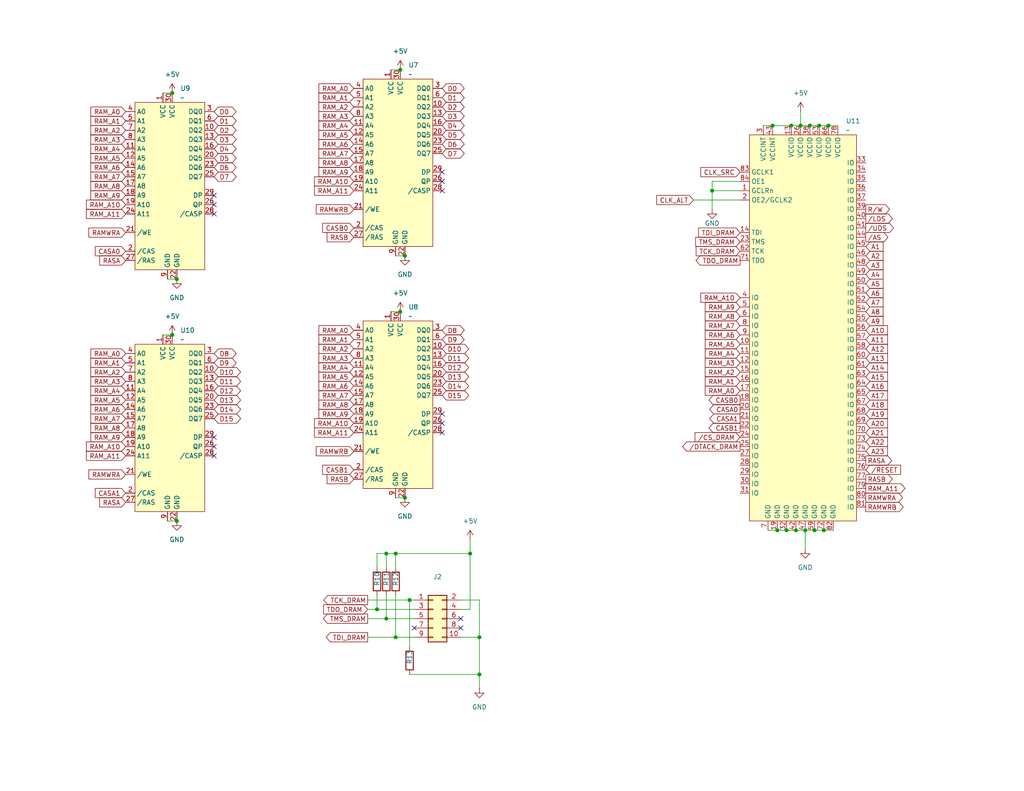
<source format=kicad_sch>
(kicad_sch (version 20231120) (generator "eeschema") (generator_version "8.0")
  (paper "A")
  (title_block (title "Mackerel-10 SBC v1") (date "2024-09-23") (rev "1.0a") (company "Colin Maykish"))
  (lib_symbols
    (symbol "Connector_Generic:Conn_02x05_Odd_Even" (pin_names (offset 1.016) hide)
      (property "Reference" "J" (at 1.27 7.62 0))
      (property "Value" "Conn_02x05_Odd_Even" (at 1.27 -7.62 0))
      (symbol "Conn_02x05_Odd_Even_1_1"
        (rectangle (start -1.27 -4.953) (end 0 -5.207) (stroke (width 0.1524)))
        (rectangle (start -1.27 -2.413) (end 0 -2.667) (stroke (width 0.1524)))
        (rectangle (start -1.27 0.127) (end 0 -0.127) (stroke (width 0.1524)))
        (rectangle (start -1.27 2.667) (end 0 2.413) (stroke (width 0.1524)))
        (rectangle (start -1.27 5.207) (end 0 4.953) (stroke (width 0.1524)))
        (rectangle (start -1.27 6.35) (end 3.81 -6.35) (stroke (width 0.254)) (fill (type background)))
        (rectangle (start 3.81 -4.953) (end 2.54 -5.207) (stroke (width 0.1524)))
        (rectangle (start 3.81 -2.413) (end 2.54 -2.667) (stroke (width 0.1524)))
        (rectangle (start 3.81 0.127) (end 2.54 -0.127) (stroke (width 0.1524)))
        (rectangle (start 3.81 2.667) (end 2.54 2.413) (stroke (width 0.1524)))
        (rectangle (start 3.81 5.207) (end 2.54 4.953) (stroke (width 0.1524)))
        (pin passive line (at -5.08 5.08 0) (length 3.81) (name "Pin_1") (number "1"))
        (pin passive line (at 7.62 -5.08 180) (length 3.81) (name "Pin_10") (number "10"))
        (pin passive line (at 7.62 5.08 180) (length 3.81) (name "Pin_2") (number "2"))
        (pin passive line (at -5.08 2.54 0) (length 3.81) (name "Pin_3") (number "3"))
        (pin passive line (at 7.62 2.54 180) (length 3.81) (name "Pin_4") (number "4"))
        (pin passive line (at -5.08 0 0) (length 3.81) (name "Pin_5") (number "5"))
        (pin passive line (at 7.62 0 180) (length 3.81) (name "Pin_6") (number "6"))
        (pin passive line (at -5.08 -2.54 0) (length 3.81) (name "Pin_7") (number "7"))
        (pin passive line (at 7.62 -2.54 180) (length 3.81) (name "Pin_8") (number "8"))
        (pin passive line (at -5.08 -5.08 0) (length 3.81) (name "Pin_9") (number "9"))
      )
    )
    (symbol "Device:C" (pin_numbers hide) (pin_names (offset 0.254))
      (property "Reference" "C" (at 0.635 2.54 0))
      (property "Value" "C" (at 0.635 -2.54 0))
      (symbol "C_0_1"
        (polyline (pts (xy -2.032 -0.762) (xy 2.032 -0.762)) (stroke (width 0.508)))
        (polyline (pts (xy -2.032 0.762) (xy 2.032 0.762)) (stroke (width 0.508)))
      )
      (symbol "C_1_1"
        (pin passive line (at 0 3.81 270) (length 2.794) (name "~") (number "1"))
        (pin passive line (at 0 -3.81 90) (length 2.794) (name "~") (number "2"))
      )
    )
    (symbol "Device:C_Polarized_US" (pin_numbers hide) (pin_names (offset 0.254) hide)
      (property "Reference" "C" (at 0.635 2.54 0))
      (property "Value" "C_Polarized_US" (at 0.635 -2.54 0))
      (symbol "C_Polarized_US_0_1"
        (polyline (pts (xy -2.032 0.762) (xy 2.032 0.762)) (stroke (width 0.508)))
        (polyline (pts (xy -1.778 2.286) (xy -0.762 2.286)))
        (polyline (pts (xy -1.27 1.778) (xy -1.27 2.794)))
        (arc (start 2.032 -1.27) (mid 0 -0.5572) (end -2.032 -1.27) (stroke (width 0.508)))
      )
      (symbol "C_Polarized_US_1_1"
        (pin passive line (at 0 3.81 270) (length 2.794) (name "~") (number "1"))
        (pin passive line (at 0 -3.81 90) (length 3.302) (name "~") (number "2"))
      )
    )
    (symbol "Device:R" (pin_numbers hide) (pin_names (offset 0))
      (property "Reference" "R" (at 2.032 0 90))
      (property "Value" "R" (at 0 0 90))
      (symbol "R_0_1"
        (rectangle (start -1.016 -2.54) (end 1.016 2.54) (stroke (width 0.254)))
      )
      (symbol "R_1_1"
        (pin passive line (at 0 3.81 270) (length 1.27) (name "~") (number "1"))
        (pin passive line (at 0 -3.81 90) (length 1.27) (name "~") (number "2"))
      )
    )
    (symbol "mackerel-68k-symbols:EPM7128SLC"
      (property "Reference" "U" (at 12.192 55.118 0))
      (symbol "EPM7128SLC_1_1"
        (rectangle (start -15.24 53.34) (end 13.97 -52.07) (fill (type background)))
        (pin input line (at -17.78 38.1 0) (length 2.54) (name "GCLRn") (number "1"))
        (pin bidirectional line (at -17.78 -3.81 0) (length 2.54) (name "IO") (number "10"))
        (pin bidirectional line (at -17.78 -6.35 0) (length 2.54) (name "IO") (number "11"))
        (pin bidirectional line (at -17.78 -8.89 0) (length 2.54) (name "IO") (number "12"))
        (pin power_in line (at -3.81 55.88 270) (length 2.54) (name "VCCIO") (number "13"))
        (pin bidirectional line (at -17.78 26.67 0) (length 2.54) (name "TDI") (number "14"))
        (pin bidirectional line (at -17.78 -11.43 0) (length 2.54) (name "IO") (number "15"))
        (pin bidirectional line (at -17.78 -13.97 0) (length 2.54) (name "IO") (number "16"))
        (pin bidirectional line (at -17.78 -16.51 0) (length 2.54) (name "IO") (number "17"))
        (pin bidirectional line (at -17.78 -19.05 0) (length 2.54) (name "IO") (number "18"))
        (pin power_in line (at -7.62 -54.61 90) (length 2.54) (name "GND") (number "19"))
        (pin input line (at -17.78 35.56 0) (length 2.54) (name "OE2/GCLK2") (number "2"))
        (pin bidirectional line (at -17.78 -21.59 0) (length 2.54) (name "IO") (number "20"))
        (pin bidirectional line (at -17.78 -24.13 0) (length 2.54) (name "IO") (number "21"))
        (pin bidirectional line (at -17.78 -26.67 0) (length 2.54) (name "IO") (number "22"))
        (pin bidirectional line (at -17.78 24.13 0) (length 2.54) (name "TMS") (number "23"))
        (pin bidirectional line (at -17.78 -29.21 0) (length 2.54) (name "IO") (number "24"))
        (pin bidirectional line (at -17.78 -31.75 0) (length 2.54) (name "IO") (number "25"))
        (pin power_in line (at -1.27 55.88 270) (length 2.54) (name "VCCIO") (number "26"))
        (pin bidirectional line (at -17.78 -34.29 0) (length 2.54) (name "IO") (number "27"))
        (pin bidirectional line (at -17.78 -36.83 0) (length 2.54) (name "IO") (number "28"))
        (pin bidirectional line (at -17.78 -39.37 0) (length 2.54) (name "IO") (number "29"))
        (pin power_in line (at -11.43 55.88 270) (length 2.54) (name "VCCINT") (number "3"))
        (pin bidirectional line (at -17.78 -41.91 0) (length 2.54) (name "IO") (number "30"))
        (pin bidirectional line (at -17.78 -44.45 0) (length 2.54) (name "IO") (number "31"))
        (pin power_in line (at -5.08 -54.61 90) (length 2.54) (name "GND") (number "32"))
        (pin bidirectional line (at 16.51 45.72 180) (length 2.54) (name "IO") (number "33"))
        (pin bidirectional line (at 16.51 43.18 180) (length 2.54) (name "IO") (number "34"))
        (pin bidirectional line (at 16.51 40.64 180) (length 2.54) (name "IO") (number "35"))
        (pin bidirectional line (at 16.51 38.1 180) (length 2.54) (name "IO") (number "36"))
        (pin bidirectional line (at 16.51 35.56 180) (length 2.54) (name "IO") (number "37"))
        (pin power_in line (at 1.27 55.88 270) (length 2.54) (name "VCCIO") (number "38"))
        (pin bidirectional line (at 16.51 33.02 180) (length 2.54) (name "IO") (number "39"))
        (pin bidirectional line (at -17.78 8.89 0) (length 2.54) (name "IO") (number "4"))
        (pin bidirectional line (at 16.51 30.48 180) (length 2.54) (name "IO") (number "40"))
        (pin bidirectional line (at 16.51 27.94 180) (length 2.54) (name "IO") (number "41"))
        (pin power_in line (at -2.54 -54.61 90) (length 2.54) (name "GND") (number "42"))
        (pin power_in line (at -8.89 55.88 270) (length 2.54) (name "VCCINT") (number "43"))
        (pin bidirectional line (at 16.51 25.4 180) (length 2.54) (name "IO") (number "44"))
        (pin bidirectional line (at 16.51 22.86 180) (length 2.54) (name "IO") (number "45"))
        (pin bidirectional line (at 16.51 20.32 180) (length 2.54) (name "IO") (number "46"))
        (pin power_in line (at 0 -54.61 90) (length 2.54) (name "GND") (number "47"))
        (pin bidirectional line (at 16.51 17.78 180) (length 2.54) (name "IO") (number "48"))
        (pin bidirectional line (at 16.51 15.24 180) (length 2.54) (name "IO") (number "49"))
        (pin bidirectional line (at -17.78 6.35 0) (length 2.54) (name "IO") (number "5"))
        (pin bidirectional line (at 16.51 12.7 180) (length 2.54) (name "IO") (number "50"))
        (pin bidirectional line (at 16.51 10.16 180) (length 2.54) (name "IO") (number "51"))
        (pin bidirectional line (at 16.51 7.62 180) (length 2.54) (name "IO") (number "52"))
        (pin power_in line (at 3.81 55.88 270) (length 2.54) (name "VCCIO") (number "53"))
        (pin bidirectional line (at 16.51 5.08 180) (length 2.54) (name "IO") (number "54"))
        (pin bidirectional line (at 16.51 2.54 180) (length 2.54) (name "IO") (number "55"))
        (pin bidirectional line (at 16.51 0 180) (length 2.54) (name "IO") (number "56"))
        (pin bidirectional line (at 16.51 -2.54 180) (length 2.54) (name "IO") (number "57"))
        (pin bidirectional line (at 16.51 -5.08 180) (length 2.54) (name "IO") (number "58"))
        (pin power_in line (at 2.54 -54.61 90) (length 2.54) (name "GND") (number "59"))
        (pin bidirectional line (at -17.78 3.81 0) (length 2.54) (name "IO") (number "6"))
        (pin bidirectional line (at 16.51 -7.62 180) (length 2.54) (name "IO") (number "60"))
        (pin bidirectional line (at 16.51 -10.16 180) (length 2.54) (name "IO") (number "61"))
        (pin bidirectional line (at -17.78 21.59 0) (length 2.54) (name "TCK") (number "62"))
        (pin bidirectional line (at 16.51 -12.7 180) (length 2.54) (name "IO") (number "63"))
        (pin bidirectional line (at 16.51 -15.24 180) (length 2.54) (name "IO") (number "64"))
        (pin bidirectional line (at 16.51 -17.78 180) (length 2.54) (name "IO") (number "65"))
        (pin power_in line (at 6.35 55.88 270) (length 2.54) (name "VCCIO") (number "66"))
        (pin bidirectional line (at 16.51 -20.32 180) (length 2.54) (name "IO") (number "67"))
        (pin bidirectional line (at 16.51 -22.86 180) (length 2.54) (name "IO") (number "68"))
        (pin bidirectional line (at 16.51 -25.4 180) (length 2.54) (name "IO") (number "69"))
        (pin power_in line (at -10.16 -54.61 90) (length 2.54) (name "GND") (number "7"))
        (pin bidirectional line (at 16.51 -27.94 180) (length 2.54) (name "IO") (number "70"))
        (pin bidirectional line (at -17.78 19.05 0) (length 2.54) (name "TDO") (number "71"))
        (pin power_in line (at 5.08 -54.61 90) (length 2.54) (name "GND") (number "72"))
        (pin bidirectional line (at 16.51 -30.48 180) (length 2.54) (name "IO") (number "73"))
        (pin bidirectional line (at 16.51 -33.02 180) (length 2.54) (name "IO") (number "74"))
        (pin bidirectional line (at 16.51 -35.56 180) (length 2.54) (name "IO") (number "75"))
        (pin bidirectional line (at 16.51 -38.1 180) (length 2.54) (name "IO") (number "76"))
        (pin bidirectional line (at 16.51 -40.64 180) (length 2.54) (name "IO") (number "77"))
        (pin power_in line (at 8.89 55.88 270) (length 2.54) (name "VCCIO") (number "78"))
        (pin bidirectional line (at 16.51 -43.18 180) (length 2.54) (name "IO") (number "79"))
        (pin bidirectional line (at -17.78 1.27 0) (length 2.54) (name "IO") (number "8"))
        (pin bidirectional line (at 16.51 -45.72 180) (length 2.54) (name "IO") (number "80"))
        (pin bidirectional line (at 16.51 -48.26 180) (length 2.54) (name "IO") (number "81"))
        (pin power_in line (at 7.62 -54.61 90) (length 2.54) (name "GND") (number "82"))
        (pin input line (at -17.78 43.18 0) (length 2.54) (name "GCLK1") (number "83"))
        (pin input line (at -17.78 40.64 0) (length 2.54) (name "OE1") (number "84"))
        (pin bidirectional line (at -17.78 -1.27 0) (length 2.54) (name "IO") (number "9"))
      )
    )
    (symbol "mackerel-68k-symbols:SIMM30"
      (property "Reference" "U" (at 5.334 24.384 0))
      (symbol "SIMM30_1_1"
        (rectangle (start -10.16 22.86) (end 8.89 -22.86) (fill (type background)))
        (pin power_in line (at -2.54 25.4 270) (length 2.54) (name "VCC") (number "1"))
        (pin bidirectional line (at 11.43 15.24 180) (length 2.54) (name "DQ2") (number "10"))
        (pin input line (at -12.7 10.16 0) (length 2.54) (name "A4") (number "11"))
        (pin input line (at -12.7 7.62 0) (length 2.54) (name "A5") (number "12"))
        (pin bidirectional line (at 11.43 12.7 180) (length 2.54) (name "DQ3") (number "13"))
        (pin input line (at -12.7 5.08 0) (length 2.54) (name "A6") (number "14"))
        (pin input line (at -12.7 2.54 0) (length 2.54) (name "A7") (number "15"))
        (pin bidirectional line (at 11.43 10.16 180) (length 2.54) (name "DQ4") (number "16"))
        (pin input line (at -12.7 0 0) (length 2.54) (name "A8") (number "17"))
        (pin input line (at -12.7 -2.54 0) (length 2.54) (name "A9") (number "18"))
        (pin input line (at -12.7 -5.08 0) (length 2.54) (name "A10") (number "19"))
        (pin input line (at -12.7 -17.78 0) (length 2.54) (name "/CAS") (number "2"))
        (pin bidirectional line (at 11.43 7.62 180) (length 2.54) (name "DQ5") (number "20"))
        (pin input line (at -12.7 -12.7 0) (length 2.54) (name "/WE") (number "21"))
        (pin power_in line (at 1.27 -25.4 90) (length 2.54) (name "GND") (number "22"))
        (pin bidirectional line (at 11.43 5.08 180) (length 2.54) (name "DQ6") (number "23"))
        (pin input line (at -12.7 -7.62 0) (length 2.54) (name "A11") (number "24"))
        (pin bidirectional line (at 11.43 2.54 180) (length 2.54) (name "DQ7") (number "25"))
        (pin output line (at 11.43 -5.08 180) (length 2.54) (name "QP") (number "26"))
        (pin input line (at -12.7 -20.32 0) (length 2.54) (name "/RAS") (number "27"))
        (pin input line (at 11.43 -7.62 180) (length 2.54) (name "/CASP") (number "28"))
        (pin input line (at 11.43 -2.54 180) (length 2.54) (name "DP") (number "29"))
        (pin bidirectional line (at 11.43 20.32 180) (length 2.54) (name "DQ0") (number "3"))
        (pin power_in line (at 0 25.4 270) (length 2.54) (name "VCC") (number "30"))
        (pin input line (at -12.7 20.32 0) (length 2.54) (name "A0") (number "4"))
        (pin input line (at -12.7 17.78 0) (length 2.54) (name "A1") (number "5"))
        (pin bidirectional line (at 11.43 17.78 180) (length 2.54) (name "DQ1") (number "6"))
        (pin input line (at -12.7 15.24 0) (length 2.54) (name "A2") (number "7"))
        (pin input line (at -12.7 12.7 0) (length 2.54) (name "A3") (number "8"))
        (pin power_in line (at -1.27 -25.4 90) (length 2.54) (name "GND") (number "9"))
      )
    )
    (symbol "power:+5V" (power) (pin_numbers hide) (pin_names (offset 0) hide)
      (property "Value" "+5V" (at 0 3.556 0))
      (symbol "+5V_0_1"
        (polyline (pts (xy -0.762 1.27) (xy 0 2.54)))
        (polyline (pts (xy 0 0) (xy 0 2.54)))
        (polyline (pts (xy 0 2.54) (xy 0.762 1.27)))
      )
      (symbol "+5V_1_1"
        (pin power_in line (at 0 0 90) (length 0) (name "~") (number "1"))
      )
    )
    (symbol "power:GND" (power) (pin_numbers hide) (pin_names (offset 0) hide)
      (property "Value" "GND" (at 0 -3.81 0))
      (symbol "GND_0_1"
        (polyline (pts (xy 0 0) (xy 0 -1.27) (xy 1.27 -1.27) (xy 0 -2.54) (xy -1.27 -1.27) (xy 0 -1.27)))
      )
      (symbol "GND_1_1"
        (pin power_in line (at 0 0 270) (length 0) (name "~") (number "1"))
      )
    )
  )
  (junction (at 212.09 144.78))
  (junction (at 220.98 34.29))
  (junction (at -13.97 49.53))
  (junction (at 299.72 87.63))
  (junction (at -21.59 36.83))
  (junction (at -6.35 62.23))
  (junction (at 292.1 125.73))
  (junction (at 217.17 144.78))
  (junction (at 223.52 34.29))
  (junction (at 224.79 144.78))
  (junction (at -21.59 62.23))
  (junction (at 210.82 34.29))
  (junction (at 292.1 62.23))
  (junction (at -13.97 74.93))
  (junction (at 128.27 151.13))
  (junction (at 219.71 144.78))
  (junction (at 48.26 142.24))
  (junction (at -6.35 100.33))
  (junction (at 226.06 34.29))
  (junction (at 102.87 166.37))
  (junction (at -6.35 87.63))
  (junction (at -13.97 62.23))
  (junction (at 218.44 34.29))
  (junction (at 292.1 74.93))
  (junction (at 107.95 173.99))
  (junction (at -6.35 74.93))
  (junction (at 130.81 173.99))
  (junction (at 107.95 151.13))
  (junction (at -29.21 49.53))
  (junction (at 222.25 144.78))
  (junction (at -6.35 113.03))
  (junction (at -6.35 49.53))
  (junction (at 299.72 125.73))
  (junction (at 299.72 62.23))
  (junction (at 299.72 113.03))
  (junction (at 292.1 87.63))
  (junction (at 110.49 69.85))
  (junction (at -6.35 36.83))
  (junction (at -29.21 24.13))
  (junction (at 292.1 113.03))
  (junction (at 194.31 52.07))
  (junction (at 292.1 100.33))
  (junction (at 105.41 151.13))
  (junction (at -13.97 36.83))
  (junction (at 109.22 85.09))
  (junction (at 46.99 91.44))
  (junction (at 109.22 19.05))
  (junction (at 105.41 168.91))
  (junction (at 215.9 34.29))
  (junction (at 299.72 100.33))
  (junction (at 48.26 76.2))
  (junction (at 299.72 74.93))
  (junction (at -29.21 36.83))
  (junction (at -21.59 49.53))
  (junction (at -13.97 87.63))
  (junction (at 46.99 25.4))
  (junction (at 214.63 144.78))
  (junction (at 130.81 184.15))
  (junction (at 111.76 163.83))
  (junction (at -13.97 24.13))
  (junction (at -13.97 100.33))
  (junction (at 110.49 135.89))
  (junction (at 292.1 49.53))
  (junction (at 299.72 138.43))
  (no_connect (at 58.42 58.42))
  (no_connect (at 120.65 113.03))
  (no_connect (at 58.42 55.88))
  (no_connect (at 120.65 52.07))
  (no_connect (at 125.73 171.45))
  (no_connect (at 120.65 118.11))
  (no_connect (at 58.42 124.46))
  (no_connect (at 58.42 121.92))
  (no_connect (at 120.65 46.99))
  (no_connect (at 125.73 168.91))
  (no_connect (at 58.42 119.38))
  (no_connect (at 113.03 171.45))
  (no_connect (at 58.42 53.34))
  (no_connect (at 120.65 49.53))
  (no_connect (at 120.65 115.57))
  (wire (pts (xy 218.44 30.48) (xy 218.44 34.29)))
  (wire (pts (xy 100.33 163.83) (xy 111.76 163.83)))
  (wire (pts (xy 292.1 113.03) (xy 292.1 125.73)))
  (wire (pts (xy 219.71 144.78) (xy 219.71 149.86)))
  (wire (pts (xy -6.35 100.33) (xy -6.35 113.03)))
  (wire (pts (xy 130.81 187.96) (xy 130.81 184.15)))
  (wire (pts (xy 299.72 100.33) (xy 299.72 113.03)))
  (wire (pts (xy 128.27 147.32) (xy 128.27 151.13)))
  (wire (pts (xy -13.97 74.93) (xy -13.97 87.63)))
  (wire (pts (xy 194.31 52.07) (xy 194.31 57.15)))
  (wire (pts (xy -13.97 24.13) (xy -13.97 36.83)))
  (wire (pts (xy 219.71 144.78) (xy 222.25 144.78)))
  (wire (pts (xy 299.72 87.63) (xy 299.72 100.33)))
  (wire (pts (xy 100.33 168.91) (xy 105.41 168.91)))
  (wire (pts (xy 292.1 41.91) (xy 292.1 49.53)))
  (wire (pts (xy 223.52 34.29) (xy 226.06 34.29)))
  (wire (pts (xy -6.35 24.13) (xy -6.35 36.83)))
  (wire (pts (xy 125.73 163.83) (xy 130.81 163.83)))
  (wire (pts (xy 105.41 151.13) (xy 107.95 151.13)))
  (wire (pts (xy 292.1 87.63) (xy 292.1 100.33)))
  (wire (pts (xy 210.82 34.29) (xy 215.9 34.29)))
  (wire (pts (xy 299.72 74.93) (xy 299.72 87.63)))
  (wire (pts (xy 102.87 166.37) (xy 113.03 166.37)))
  (wire (pts (xy -13.97 49.53) (xy -13.97 62.23)))
  (wire (pts (xy 299.72 113.03) (xy 299.72 125.73)))
  (wire (pts (xy 102.87 154.94) (xy 102.87 151.13)))
  (wire (pts (xy 111.76 163.83) (xy 111.76 176.53)))
  (wire (pts (xy 130.81 173.99) (xy 125.73 173.99)))
  (wire (pts (xy 215.9 34.29) (xy 218.44 34.29)))
  (wire (pts (xy -13.97 100.33) (xy -13.97 113.03)))
  (wire (pts (xy -29.21 36.83) (xy -29.21 49.53)))
  (wire (pts (xy 220.98 34.29) (xy 223.52 34.29)))
  (wire (pts (xy 130.81 184.15) (xy 130.81 173.99)))
  (wire (pts (xy 111.76 163.83) (xy 113.03 163.83)))
  (wire (pts (xy -6.35 74.93) (xy -6.35 87.63)))
  (wire (pts (xy -13.97 87.63) (xy -13.97 100.33)))
  (wire (pts (xy 299.72 62.23) (xy 299.72 74.93)))
  (wire (pts (xy 299.72 49.53) (xy 299.72 62.23)))
  (wire (pts (xy 201.93 49.53) (xy 194.31 49.53)))
  (wire (pts (xy 107.95 151.13) (xy 128.27 151.13)))
  (wire (pts (xy 212.09 144.78) (xy 214.63 144.78)))
  (wire (pts (xy 208.28 34.29) (xy 210.82 34.29)))
  (wire (pts (xy 105.41 154.94) (xy 105.41 151.13)))
  (wire (pts (xy 107.95 135.89) (xy 110.49 135.89)))
  (wire (pts (xy 102.87 151.13) (xy 105.41 151.13)))
  (wire (pts (xy -6.35 36.83) (xy -6.35 49.53)))
  (wire (pts (xy 224.79 144.78) (xy 227.33 144.78)))
  (wire (pts (xy 107.95 162.56) (xy 107.95 173.99)))
  (wire (pts (xy 45.72 142.24) (xy 48.26 142.24)))
  (wire (pts (xy 107.95 154.94) (xy 107.95 151.13)))
  (wire (pts (xy -13.97 62.23) (xy -13.97 74.93)))
  (wire (pts (xy 45.72 76.2) (xy 48.26 76.2)))
  (wire (pts (xy -29.21 24.13) (xy -29.21 36.83)))
  (wire (pts (xy 292.1 62.23) (xy 292.1 74.93)))
  (wire (pts (xy -13.97 16.51) (xy -13.97 24.13)))
  (wire (pts (xy 222.25 144.78) (xy 224.79 144.78)))
  (wire (pts (xy -21.59 49.53) (xy -21.59 62.23)))
  (wire (pts (xy 292.1 125.73) (xy 292.1 138.43)))
  (wire (pts (xy 128.27 166.37) (xy 125.73 166.37)))
  (wire (pts (xy 105.41 168.91) (xy 113.03 168.91)))
  (wire (pts (xy 218.44 34.29) (xy 220.98 34.29)))
  (wire (pts (xy -21.59 36.83) (xy -21.59 49.53)))
  (wire (pts (xy 106.68 85.09) (xy 109.22 85.09)))
  (wire (pts (xy 292.1 74.93) (xy 292.1 87.63)))
  (wire (pts (xy 44.45 25.4) (xy 46.99 25.4)))
  (wire (pts (xy -6.35 62.23) (xy -6.35 74.93)))
  (wire (pts (xy 217.17 144.78) (xy 219.71 144.78)))
  (wire (pts (xy 107.95 173.99) (xy 113.03 173.99)))
  (wire (pts (xy 189.23 54.61) (xy 201.93 54.61)))
  (wire (pts (xy 209.55 144.78) (xy 212.09 144.78)))
  (wire (pts (xy -6.35 87.63) (xy -6.35 100.33)))
  (wire (pts (xy 100.33 173.99) (xy 107.95 173.99)))
  (wire (pts (xy 106.68 19.05) (xy 109.22 19.05)))
  (wire (pts (xy 292.1 100.33) (xy 292.1 113.03)))
  (wire (pts (xy 107.95 69.85) (xy 110.49 69.85)))
  (wire (pts (xy 194.31 49.53) (xy 194.31 52.07)))
  (wire (pts (xy 44.45 91.44) (xy 46.99 91.44)))
  (wire (pts (xy -29.21 16.51) (xy -29.21 24.13)))
  (wire (pts (xy 292.1 49.53) (xy 292.1 62.23)))
  (wire (pts (xy 128.27 151.13) (xy 128.27 166.37)))
  (wire (pts (xy 111.76 184.15) (xy 130.81 184.15)))
  (wire (pts (xy 299.72 125.73) (xy 299.72 138.43)))
  (wire (pts (xy -13.97 36.83) (xy -13.97 49.53)))
  (wire (pts (xy -21.59 24.13) (xy -21.59 36.83)))
  (wire (pts (xy -6.35 49.53) (xy -6.35 62.23)))
  (wire (pts (xy 100.33 166.37) (xy 102.87 166.37)))
  (wire (pts (xy 194.31 52.07) (xy 201.93 52.07)))
  (wire (pts (xy 226.06 34.29) (xy 228.6 34.29)))
  (wire (pts (xy 105.41 162.56) (xy 105.41 168.91)))
  (wire (pts (xy 214.63 144.78) (xy 217.17 144.78)))
  (wire (pts (xy 102.87 162.56) (xy 102.87 166.37)))
  (wire (pts (xy -29.21 49.53) (xy -29.21 62.23)))
  (wire (pts (xy 130.81 163.83) (xy 130.81 173.99)))
  (text "TODO: add some test points!" (at 108.204 -28.194 0) (effects (font (size 1.27 1.27))))
  (text "TODO: add two more RAM sticks?" (at 99.568 -11.938 0) (effects (font (size 1.27 1.27))))
  (global_label "{slash}AS" (shape output) (at 236.22 64.77 0) (property "Intersheetrefs" "${INTERSHEET_REFS}" (effects (hide yes))))
  (global_label "D6" (shape bidirectional) (at 120.65 39.37 0) (property "Intersheetrefs" "${INTERSHEET_REFS}" (effects (hide yes))))
  (global_label "A18" (shape input) (at 236.22 110.49 0) (property "Intersheetrefs" "${INTERSHEET_REFS}" (effects (hide yes))))
  (global_label "TDI_DRAM" (shape output) (at 100.33 173.99 180) (property "Intersheetrefs" "${INTERSHEET_REFS}" (effects (hide yes))))
  (global_label "RAM_A9" (shape input) (at 34.29 119.38 180) (property "Intersheetrefs" "${INTERSHEET_REFS}" (effects (hide yes))))
  (global_label "RAM_A9" (shape input) (at 96.52 113.03 180) (property "Intersheetrefs" "${INTERSHEET_REFS}" (effects (hide yes))))
  (global_label "RAM_A7" (shape input) (at 96.52 107.95 180) (property "Intersheetrefs" "${INTERSHEET_REFS}" (effects (hide yes))))
  (global_label "D3" (shape bidirectional) (at 58.42 38.1 0) (property "Intersheetrefs" "${INTERSHEET_REFS}" (effects (hide yes))))
  (global_label "{slash}LDS" (shape output) (at 236.22 59.69 0) (property "Intersheetrefs" "${INTERSHEET_REFS}" (effects (hide yes))))
  (global_label "RAM_A9" (shape input) (at 34.29 53.34 180) (property "Intersheetrefs" "${INTERSHEET_REFS}" (effects (hide yes))))
  (global_label "RAM_A11" (shape output) (at 236.22 133.35 0) (property "Intersheetrefs" "${INTERSHEET_REFS}" (effects (hide yes))))
  (global_label "RAMWRA" (shape input) (at 34.29 63.5 180) (property "Intersheetrefs" "${INTERSHEET_REFS}" (effects (hide yes))))
  (global_label "RAM_A1" (shape input) (at 201.93 104.14 180) (property "Intersheetrefs" "${INTERSHEET_REFS}" (effects (hide yes))))
  (global_label "D9" (shape bidirectional) (at 120.65 92.71 0) (property "Intersheetrefs" "${INTERSHEET_REFS}" (effects (hide yes))))
  (global_label "RAM_A0" (shape input) (at 34.29 96.52 180) (property "Intersheetrefs" "${INTERSHEET_REFS}" (effects (hide yes))))
  (global_label "CLK_ALT" (shape input) (at 189.23 54.61 180) (property "Intersheetrefs" "${INTERSHEET_REFS}" (effects (hide yes))))
  (global_label "RAM_A4" (shape input) (at 96.52 34.29 180) (property "Intersheetrefs" "${INTERSHEET_REFS}" (effects (hide yes))))
  (global_label "RAMWRA" (shape input) (at 34.29 129.54 180) (property "Intersheetrefs" "${INTERSHEET_REFS}" (effects (hide yes))))
  (global_label "CASA1" (shape output) (at 201.93 114.3 180) (property "Intersheetrefs" "${INTERSHEET_REFS}" (effects (hide yes))))
  (global_label "D2" (shape bidirectional) (at 58.42 35.56 0) (property "Intersheetrefs" "${INTERSHEET_REFS}" (effects (hide yes))))
  (global_label "{slash}CS_DRAM" (shape input) (at 201.93 119.38 180) (property "Intersheetrefs" "${INTERSHEET_REFS}" (effects (hide yes))))
  (global_label "D1" (shape bidirectional) (at 58.42 33.02 0) (property "Intersheetrefs" "${INTERSHEET_REFS}" (effects (hide yes))))
  (global_label "R{slash}W" (shape output) (at 236.22 57.15 0) (property "Intersheetrefs" "${INTERSHEET_REFS}" (effects (hide yes))))
  (global_label "D14" (shape bidirectional) (at 120.65 105.41 0) (property "Intersheetrefs" "${INTERSHEET_REFS}" (effects (hide yes))))
  (global_label "D14" (shape bidirectional) (at 58.42 111.76 0) (property "Intersheetrefs" "${INTERSHEET_REFS}" (effects (hide yes))))
  (global_label "RAM_A10" (shape input) (at 34.29 121.92 180) (property "Intersheetrefs" "${INTERSHEET_REFS}" (effects (hide yes))))
  (global_label "RAMWRB" (shape input) (at 96.52 57.15 180) (property "Intersheetrefs" "${INTERSHEET_REFS}" (effects (hide yes))))
  (global_label "D5" (shape bidirectional) (at 58.42 43.18 0) (property "Intersheetrefs" "${INTERSHEET_REFS}" (effects (hide yes))))
  (global_label "RAM_A2" (shape input) (at 201.93 101.6 180) (property "Intersheetrefs" "${INTERSHEET_REFS}" (effects (hide yes))))
  (global_label "D0" (shape bidirectional) (at 58.42 30.48 0) (property "Intersheetrefs" "${INTERSHEET_REFS}" (effects (hide yes))))
  (global_label "TMS_DRAM" (shape output) (at 100.33 168.91 180) (property "Intersheetrefs" "${INTERSHEET_REFS}" (effects (hide yes))))
  (global_label "D10" (shape bidirectional) (at 120.65 95.25 0) (property "Intersheetrefs" "${INTERSHEET_REFS}" (effects (hide yes))))
  (global_label "A7" (shape input) (at 236.22 82.55 0) (property "Intersheetrefs" "${INTERSHEET_REFS}" (effects (hide yes))))
  (global_label "A8" (shape input) (at 236.22 85.09 0) (property "Intersheetrefs" "${INTERSHEET_REFS}" (effects (hide yes))))
  (global_label "CASA1" (shape input) (at 34.29 134.62 180) (property "Intersheetrefs" "${INTERSHEET_REFS}" (effects (hide yes))))
  (global_label "RAM_A3" (shape input) (at 34.29 38.1 180) (property "Intersheetrefs" "${INTERSHEET_REFS}" (effects (hide yes))))
  (global_label "RAM_A11" (shape input) (at 34.29 58.42 180) (property "Intersheetrefs" "${INTERSHEET_REFS}" (effects (hide yes))))
  (global_label "RAM_A4" (shape input) (at 34.29 40.64 180) (property "Intersheetrefs" "${INTERSHEET_REFS}" (effects (hide yes))))
  (global_label "RAM_A6" (shape input) (at 201.93 91.44 180) (property "Intersheetrefs" "${INTERSHEET_REFS}" (effects (hide yes))))
  (global_label "RAM_A7" (shape input) (at 96.52 41.91 180) (property "Intersheetrefs" "${INTERSHEET_REFS}" (effects (hide yes))))
  (global_label "RAM_A7" (shape input) (at 34.29 114.3 180) (property "Intersheetrefs" "${INTERSHEET_REFS}" (effects (hide yes))))
  (global_label "RASA" (shape input) (at 34.29 137.16 180) (property "Intersheetrefs" "${INTERSHEET_REFS}" (effects (hide yes))))
  (global_label "RAM_A5" (shape input) (at 96.52 102.87 180) (property "Intersheetrefs" "${INTERSHEET_REFS}" (effects (hide yes))))
  (global_label "RAM_A7" (shape input) (at 34.29 48.26 180) (property "Intersheetrefs" "${INTERSHEET_REFS}" (effects (hide yes))))
  (global_label "CASB1" (shape input) (at 96.52 128.27 180) (property "Intersheetrefs" "${INTERSHEET_REFS}" (effects (hide yes))))
  (global_label "{slash}UDS" (shape output) (at 236.22 62.23 0) (property "Intersheetrefs" "${INTERSHEET_REFS}" (effects (hide yes))))
  (global_label "RAM_A0" (shape input) (at 96.52 24.13 180) (property "Intersheetrefs" "${INTERSHEET_REFS}" (effects (hide yes))))
  (global_label "RAM_A5" (shape input) (at 201.93 93.98 180) (property "Intersheetrefs" "${INTERSHEET_REFS}" (effects (hide yes))))
  (global_label "D13" (shape bidirectional) (at 120.65 102.87 0) (property "Intersheetrefs" "${INTERSHEET_REFS}" (effects (hide yes))))
  (global_label "RAM_A10" (shape input) (at 34.29 55.88 180) (property "Intersheetrefs" "${INTERSHEET_REFS}" (effects (hide yes))))
  (global_label "RASA" (shape input) (at 34.29 71.12 180) (property "Intersheetrefs" "${INTERSHEET_REFS}" (effects (hide yes))))
  (global_label "D3" (shape bidirectional) (at 120.65 31.75 0) (property "Intersheetrefs" "${INTERSHEET_REFS}" (effects (hide yes))))
  (global_label "D11" (shape bidirectional) (at 120.65 97.79 0) (property "Intersheetrefs" "${INTERSHEET_REFS}" (effects (hide yes))))
  (global_label "RAM_A9" (shape input) (at 96.52 46.99 180) (property "Intersheetrefs" "${INTERSHEET_REFS}" (effects (hide yes))))
  (global_label "A23" (shape input) (at 236.22 123.19 0) (property "Intersheetrefs" "${INTERSHEET_REFS}" (effects (hide yes))))
  (global_label "RAM_A11" (shape input) (at 96.52 118.11 180) (property "Intersheetrefs" "${INTERSHEET_REFS}" (effects (hide yes))))
  (global_label "RAMWRB" (shape output) (at 236.22 138.43 0) (property "Intersheetrefs" "${INTERSHEET_REFS}" (effects (hide yes))))
  (global_label "D4" (shape bidirectional) (at 120.65 34.29 0) (property "Intersheetrefs" "${INTERSHEET_REFS}" (effects (hide yes))))
  (global_label "D7" (shape bidirectional) (at 120.65 41.91 0) (property "Intersheetrefs" "${INTERSHEET_REFS}" (effects (hide yes))))
  (global_label "TMS_DRAM" (shape input) (at 201.93 66.04 180) (property "Intersheetrefs" "${INTERSHEET_REFS}" (effects (hide yes))))
  (global_label "RAM_A2" (shape input) (at 96.52 29.21 180) (property "Intersheetrefs" "${INTERSHEET_REFS}" (effects (hide yes))))
  (global_label "D15" (shape bidirectional) (at 120.65 107.95 0) (property "Intersheetrefs" "${INTERSHEET_REFS}" (effects (hide yes))))
  (global_label "RAM_A11" (shape input) (at 34.29 124.46 180) (property "Intersheetrefs" "${INTERSHEET_REFS}" (effects (hide yes))))
  (global_label "CLK_SRC" (shape input) (at 201.93 46.99 180) (property "Intersheetrefs" "${INTERSHEET_REFS}" (effects (hide yes))))
  (global_label "A11" (shape input) (at 236.22 92.71 0) (property "Intersheetrefs" "${INTERSHEET_REFS}" (effects (hide yes))))
  (global_label "RAM_A2" (shape input) (at 96.52 95.25 180) (property "Intersheetrefs" "${INTERSHEET_REFS}" (effects (hide yes))))
  (global_label "RAM_A1" (shape input) (at 96.52 92.71 180) (property "Intersheetrefs" "${INTERSHEET_REFS}" (effects (hide yes))))
  (global_label "RAM_A4" (shape input) (at 96.52 100.33 180) (property "Intersheetrefs" "${INTERSHEET_REFS}" (effects (hide yes))))
  (global_label "RAM_A10" (shape input) (at 96.52 49.53 180) (property "Intersheetrefs" "${INTERSHEET_REFS}" (effects (hide yes))))
  (global_label "RAM_A1" (shape input) (at 34.29 33.02 180) (property "Intersheetrefs" "${INTERSHEET_REFS}" (effects (hide yes))))
  (global_label "D6" (shape bidirectional) (at 58.42 45.72 0) (property "Intersheetrefs" "${INTERSHEET_REFS}" (effects (hide yes))))
  (global_label "TDO_DRAM" (shape input) (at 100.33 166.37 180) (property "Intersheetrefs" "${INTERSHEET_REFS}" (effects (hide yes))))
  (global_label "D12" (shape bidirectional) (at 58.42 106.68 0) (property "Intersheetrefs" "${INTERSHEET_REFS}" (effects (hide yes))))
  (global_label "RAM_A5" (shape input) (at 34.29 109.22 180) (property "Intersheetrefs" "${INTERSHEET_REFS}" (effects (hide yes))))
  (global_label "D11" (shape bidirectional) (at 58.42 104.14 0) (property "Intersheetrefs" "${INTERSHEET_REFS}" (effects (hide yes))))
  (global_label "A12" (shape input) (at 236.22 95.25 0) (property "Intersheetrefs" "${INTERSHEET_REFS}" (effects (hide yes))))
  (global_label "D5" (shape bidirectional) (at 120.65 36.83 0) (property "Intersheetrefs" "${INTERSHEET_REFS}" (effects (hide yes))))
  (global_label "D12" (shape bidirectional) (at 120.65 100.33 0) (property "Intersheetrefs" "${INTERSHEET_REFS}" (effects (hide yes))))
  (global_label "TCK_DRAM" (shape output) (at 100.33 163.83 180) (property "Intersheetrefs" "${INTERSHEET_REFS}" (effects (hide yes))))
  (global_label "RAM_A2" (shape input) (at 34.29 101.6 180) (property "Intersheetrefs" "${INTERSHEET_REFS}" (effects (hide yes))))
  (global_label "RAM_A8" (shape input) (at 34.29 50.8 180) (property "Intersheetrefs" "${INTERSHEET_REFS}" (effects (hide yes))))
  (global_label "D7" (shape bidirectional) (at 58.42 48.26 0) (property "Intersheetrefs" "${INTERSHEET_REFS}" (effects (hide yes))))
  (global_label "RAM_A2" (shape input) (at 34.29 35.56 180) (property "Intersheetrefs" "${INTERSHEET_REFS}" (effects (hide yes))))
  (global_label "RAM_A3" (shape input) (at 96.52 97.79 180) (property "Intersheetrefs" "${INTERSHEET_REFS}" (effects (hide yes))))
  (global_label "D9" (shape bidirectional) (at 58.42 99.06 0) (property "Intersheetrefs" "${INTERSHEET_REFS}" (effects (hide yes))))
  (global_label "A5" (shape input) (at 236.22 77.47 0) (property "Intersheetrefs" "${INTERSHEET_REFS}" (effects (hide yes))))
  (global_label "RASA" (shape output) (at 236.22 125.73 0) (property "Intersheetrefs" "${INTERSHEET_REFS}" (effects (hide yes))))
  (global_label "RAM_A10" (shape input) (at 201.93 81.28 180) (property "Intersheetrefs" "${INTERSHEET_REFS}" (effects (hide yes))))
  (global_label "RAMWRA" (shape output) (at 236.22 135.89 0) (property "Intersheetrefs" "${INTERSHEET_REFS}" (effects (hide yes))))
  (global_label "A6" (shape input) (at 236.22 80.01 0) (property "Intersheetrefs" "${INTERSHEET_REFS}" (effects (hide yes))))
  (global_label "RAM_A1" (shape input) (at 34.29 99.06 180) (property "Intersheetrefs" "${INTERSHEET_REFS}" (effects (hide yes))))
  (global_label "A19" (shape input) (at 236.22 113.03 0) (property "Intersheetrefs" "${INTERSHEET_REFS}" (effects (hide yes))))
  (global_label "RAM_A5" (shape input) (at 96.52 36.83 180) (property "Intersheetrefs" "${INTERSHEET_REFS}" (effects (hide yes))))
  (global_label "RAMWRB" (shape input) (at 96.52 123.19 180) (property "Intersheetrefs" "${INTERSHEET_REFS}" (effects (hide yes))))
  (global_label "RAM_A8" (shape input) (at 201.93 86.36 180) (property "Intersheetrefs" "${INTERSHEET_REFS}" (effects (hide yes))))
  (global_label "RAM_A11" (shape input) (at 96.52 52.07 180) (property "Intersheetrefs" "${INTERSHEET_REFS}" (effects (hide yes))))
  (global_label "RAM_A10" (shape input) (at 96.52 115.57 180) (property "Intersheetrefs" "${INTERSHEET_REFS}" (effects (hide yes))))
  (global_label "RAM_A0" (shape input) (at 96.52 90.17 180) (property "Intersheetrefs" "${INTERSHEET_REFS}" (effects (hide yes))))
  (global_label "RAM_A1" (shape input) (at 96.52 26.67 180) (property "Intersheetrefs" "${INTERSHEET_REFS}" (effects (hide yes))))
  (global_label "A22" (shape input) (at 236.22 120.65 0) (property "Intersheetrefs" "${INTERSHEET_REFS}" (effects (hide yes))))
  (global_label "RAM_A0" (shape input) (at 34.29 30.48 180) (property "Intersheetrefs" "${INTERSHEET_REFS}" (effects (hide yes))))
  (global_label "A3" (shape input) (at 236.22 72.39 0) (property "Intersheetrefs" "${INTERSHEET_REFS}" (effects (hide yes))))
  (global_label "RAM_A3" (shape input) (at 96.52 31.75 180) (property "Intersheetrefs" "${INTERSHEET_REFS}" (effects (hide yes))))
  (global_label "A2" (shape input) (at 236.22 69.85 0) (property "Intersheetrefs" "${INTERSHEET_REFS}" (effects (hide yes))))
  (global_label "RAM_A4" (shape input) (at 34.29 106.68 180) (property "Intersheetrefs" "${INTERSHEET_REFS}" (effects (hide yes))))
  (global_label "D4" (shape bidirectional) (at 58.42 40.64 0) (property "Intersheetrefs" "${INTERSHEET_REFS}" (effects (hide yes))))
  (global_label "A14" (shape input) (at 236.22 100.33 0) (property "Intersheetrefs" "${INTERSHEET_REFS}" (effects (hide yes))))
  (global_label "TCK_DRAM" (shape input) (at 201.93 68.58 180) (property "Intersheetrefs" "${INTERSHEET_REFS}" (effects (hide yes))))
  (global_label "A20" (shape input) (at 236.22 115.57 0) (property "Intersheetrefs" "${INTERSHEET_REFS}" (effects (hide yes))))
  (global_label "A13" (shape input) (at 236.22 97.79 0) (property "Intersheetrefs" "${INTERSHEET_REFS}" (effects (hide yes))))
  (global_label "D2" (shape bidirectional) (at 120.65 29.21 0) (property "Intersheetrefs" "${INTERSHEET_REFS}" (effects (hide yes))))
  (global_label "A21" (shape input) (at 236.22 118.11 0) (property "Intersheetrefs" "${INTERSHEET_REFS}" (effects (hide yes))))
  (global_label "CASB0" (shape input) (at 96.52 62.23 180) (property "Intersheetrefs" "${INTERSHEET_REFS}" (effects (hide yes))))
  (global_label "RASB" (shape output) (at 236.22 130.81 0) (property "Intersheetrefs" "${INTERSHEET_REFS}" (effects (hide yes))))
  (global_label "CASB0" (shape output) (at 201.93 109.22 180) (property "Intersheetrefs" "${INTERSHEET_REFS}" (effects (hide yes))))
  (global_label "CASB1" (shape output) (at 201.93 116.84 180) (property "Intersheetrefs" "${INTERSHEET_REFS}" (effects (hide yes))))
  (global_label "D8" (shape bidirectional) (at 120.65 90.17 0) (property "Intersheetrefs" "${INTERSHEET_REFS}" (effects (hide yes))))
  (global_label "TDO_DRAM" (shape output) (at 201.93 71.12 180) (property "Intersheetrefs" "${INTERSHEET_REFS}" (effects (hide yes))))
  (global_label "CASA0" (shape output) (at 201.93 111.76 180) (property "Intersheetrefs" "${INTERSHEET_REFS}" (effects (hide yes))))
  (global_label "{slash}DTACK_DRAM" (shape output) (at 201.93 121.92 180) (property "Intersheetrefs" "${INTERSHEET_REFS}" (effects (hide yes))))
  (global_label "A10" (shape input) (at 236.22 90.17 0) (property "Intersheetrefs" "${INTERSHEET_REFS}" (effects (hide yes))))
  (global_label "A16" (shape input) (at 236.22 105.41 0) (property "Intersheetrefs" "${INTERSHEET_REFS}" (effects (hide yes))))
  (global_label "RAM_A3" (shape input) (at 34.29 104.14 180) (property "Intersheetrefs" "${INTERSHEET_REFS}" (effects (hide yes))))
  (global_label "D8" (shape bidirectional) (at 58.42 96.52 0) (property "Intersheetrefs" "${INTERSHEET_REFS}" (effects (hide yes))))
  (global_label "RAM_A5" (shape input) (at 34.29 43.18 180) (property "Intersheetrefs" "${INTERSHEET_REFS}" (effects (hide yes))))
  (global_label "A17" (shape input) (at 236.22 107.95 0) (property "Intersheetrefs" "${INTERSHEET_REFS}" (effects (hide yes))))
  (global_label "RAM_A8" (shape input) (at 96.52 110.49 180) (property "Intersheetrefs" "${INTERSHEET_REFS}" (effects (hide yes))))
  (global_label "RAM_A4" (shape input) (at 201.93 96.52 180) (property "Intersheetrefs" "${INTERSHEET_REFS}" (effects (hide yes))))
  (global_label "RAM_A3" (shape input) (at 201.93 99.06 180) (property "Intersheetrefs" "${INTERSHEET_REFS}" (effects (hide yes))))
  (global_label "A9" (shape input) (at 236.22 87.63 0) (property "Intersheetrefs" "${INTERSHEET_REFS}" (effects (hide yes))))
  (global_label "D0" (shape bidirectional) (at 120.65 24.13 0) (property "Intersheetrefs" "${INTERSHEET_REFS}" (effects (hide yes))))
  (global_label "D10" (shape bidirectional) (at 58.42 101.6 0) (property "Intersheetrefs" "${INTERSHEET_REFS}" (effects (hide yes))))
  (global_label "A1" (shape input) (at 236.22 67.31 0) (property "Intersheetrefs" "${INTERSHEET_REFS}" (effects (hide yes))))
  (global_label "RASB" (shape input) (at 96.52 130.81 180) (property "Intersheetrefs" "${INTERSHEET_REFS}" (effects (hide yes))))
  (global_label "CASA0" (shape input) (at 34.29 68.58 180) (property "Intersheetrefs" "${INTERSHEET_REFS}" (effects (hide yes))))
  (global_label "RAM_A6" (shape input) (at 34.29 45.72 180) (property "Intersheetrefs" "${INTERSHEET_REFS}" (effects (hide yes))))
  (global_label "D15" (shape bidirectional) (at 58.42 114.3 0) (property "Intersheetrefs" "${INTERSHEET_REFS}" (effects (hide yes))))
  (global_label "RAM_A6" (shape input) (at 34.29 111.76 180) (property "Intersheetrefs" "${INTERSHEET_REFS}" (effects (hide yes))))
  (global_label "RASB" (shape input) (at 96.52 64.77 180) (property "Intersheetrefs" "${INTERSHEET_REFS}" (effects (hide yes))))
  (global_label "RAM_A8" (shape input) (at 96.52 44.45 180) (property "Intersheetrefs" "${INTERSHEET_REFS}" (effects (hide yes))))
  (global_label "A4" (shape input) (at 236.22 74.93 0) (property "Intersheetrefs" "${INTERSHEET_REFS}" (effects (hide yes))))
  (global_label "RAM_A9" (shape input) (at 201.93 83.82 180) (property "Intersheetrefs" "${INTERSHEET_REFS}" (effects (hide yes))))
  (global_label "{slash}RESET" (shape input) (at 236.22 128.27 0) (property "Intersheetrefs" "${INTERSHEET_REFS}" (effects (hide yes))))
  (global_label "RAM_A7" (shape input) (at 201.93 88.9 180) (property "Intersheetrefs" "${INTERSHEET_REFS}" (effects (hide yes))))
  (global_label "RAM_A8" (shape input) (at 34.29 116.84 180) (property "Intersheetrefs" "${INTERSHEET_REFS}" (effects (hide yes))))
  (global_label "RAM_A6" (shape input) (at 96.52 105.41 180) (property "Intersheetrefs" "${INTERSHEET_REFS}" (effects (hide yes))))
  (global_label "D13" (shape bidirectional) (at 58.42 109.22 0) (property "Intersheetrefs" "${INTERSHEET_REFS}" (effects (hide yes))))
  (global_label "RAM_A0" (shape input) (at 201.93 106.68 180) (property "Intersheetrefs" "${INTERSHEET_REFS}" (effects (hide yes))))
  (global_label "RAM_A6" (shape input) (at 96.52 39.37 180) (property "Intersheetrefs" "${INTERSHEET_REFS}" (effects (hide yes))))
  (global_label "D1" (shape bidirectional) (at 120.65 26.67 0) (property "Intersheetrefs" "${INTERSHEET_REFS}" (effects (hide yes))))
  (global_label "A15" (shape input) (at 236.22 102.87 0) (property "Intersheetrefs" "${INTERSHEET_REFS}" (effects (hide yes))))
  (global_label "TDI_DRAM" (shape input) (at 201.93 63.5 180) (property "Intersheetrefs" "${INTERSHEET_REFS}" (effects (hide yes))))
  (symbol (lib_id "power:GND") (at 194.31 57.15 0) (unit 1)
    (property "Reference" "#PWR036" (effects (hide yes)))
    (property "Value" "GND" (at 194.31 60.96 0))
    (property "Description" "Power symbol creates a global label with name \"GND\" , ground" (effects (hide yes)))
  )
  (symbol (lib_id "Device:C") (at 295.91 87.63 90) (unit 1)
    (property "Reference" "C36" (at 295.91 80.01 90))
    (property "Value" "C" (at 295.91 82.55 90))
    (property "Footprint" "Capacitor_THT:C_Disc_D4.3mm_W1.9mm_P5.00mm" (effects (hide yes)))
    (property "Description" "Unpolarized capacitor" (effects (hide yes)))
  )
  (symbol (lib_id "Device:C") (at -10.16 74.93 270) (unit 1)
    (property "Reference" "C12" (at -10.16 67.31 90))
    (property "Value" "C" (at -10.16 69.85 90))
    (property "Footprint" "Capacitor_THT:C_Disc_D4.3mm_W1.9mm_P5.00mm" (effects (hide yes)))
    (property "Description" "Unpolarized capacitor" (effects (hide yes)))
  )
  (symbol (lib_id "power:GND") (at -6.35 113.03 0) (unit 1)
    (property "Reference" "#PWR026" (effects (hide yes)))
    (property "Value" "GND" (at -6.35 118.11 0))
    (property "Description" "Power symbol creates a global label with name \"GND\" , ground" (effects (hide yes)))
  )
  (symbol (lib_id "Device:R") (at 107.95 158.75 0) (unit 1)
    (property "Reference" "R12" (at 107.95 160.02 90) (effects (justify left)))
    (property "Value" "R" (effects (hide yes)))
    (property "Footprint" "Resistor_THT:R_Axial_DIN0207_L6.3mm_D2.5mm_P7.62mm_Horizontal" (effects (hide yes)))
    (property "Description" "Resistor" (effects (hide yes)))
  )
  (symbol (lib_id "Device:C") (at -10.16 49.53 90) (unit 1)
    (property "Reference" "C10" (at -10.16 41.91 90))
    (property "Value" "C" (at -10.16 44.45 90))
    (property "Footprint" "Capacitor_THT:C_Disc_D4.3mm_W1.9mm_P5.00mm" (effects (hide yes)))
    (property "Description" "Unpolarized capacitor" (effects (hide yes)))
  )
  (symbol (lib_id "mackerel-68k-symbols:EPM7128SLC") (at 219.71 90.17 0) (unit 1)
    (property "Reference" "U11" (at 230.7941 33.02 0) (effects (justify left)))
    (property "Value" "~" (at 230.7941 35.56 0) (effects (justify left)))
    (property "Footprint" "Package_LCC:PLCC-84_THT-Socket" (effects (hide yes)))
  )
  (symbol (lib_id "power:+5V") (at 109.22 19.05 0) (unit 1)
    (property "Reference" "#PWR020" (effects (hide yes)))
    (property "Value" "+5V" (at 109.22 13.97 0))
    (property "Description" "Power symbol creates a global label with name \"+5V\"" (effects (hide yes)))
  )
  (symbol (lib_id "power:+5V") (at 218.44 30.48 0) (unit 1)
    (property "Reference" "#PWR037" (effects (hide yes)))
    (property "Value" "+5V" (at 218.44 25.4 0))
    (property "Description" "Power symbol creates a global label with name \"+5V\"" (effects (hide yes)))
  )
  (symbol (lib_id "mackerel-68k-symbols:SIMM30") (at 46.99 50.8 0) (unit 1)
    (property "Reference" "U9" (at 49.1841 24.13 0) (effects (justify left)))
    (property "Value" "~" (at 49.1841 26.67 0) (effects (justify left)))
    (property "Footprint" "mackerel:SIMM-30" (effects (hide yes)))
  )
  (symbol (lib_id "Device:C_Polarized_US") (at -25.4 24.13 90) (unit 1)
    (property "Reference" "C1" (at -26.035 16.51 90))
    (property "Value" "470uF" (at -26.035 19.05 90))
    (property "Footprint" "Capacitor_THT:CP_Radial_D8.0mm_P3.50mm" (effects (hide yes)))
    (property "Description" "Polarized capacitor, US symbol" (effects (hide yes)))
  )
  (symbol (lib_id "Device:C") (at -10.16 62.23 90) (unit 1)
    (property "Reference" "C11" (at -10.16 54.61 90))
    (property "Value" "C" (at -10.16 57.15 90))
    (property "Footprint" "Capacitor_THT:C_Disc_D4.3mm_W1.9mm_P5.00mm" (effects (hide yes)))
    (property "Description" "Unpolarized capacitor" (effects (hide yes)))
  )
  (symbol (lib_id "Device:R") (at 102.87 158.75 0) (unit 1)
    (property "Reference" "R10" (at 102.87 160.02 90) (effects (justify left)))
    (property "Value" "R" (effects (hide yes)))
    (property "Footprint" "Resistor_THT:R_Axial_DIN0207_L6.3mm_D2.5mm_P7.62mm_Horizontal" (effects (hide yes)))
    (property "Description" "Resistor" (effects (hide yes)))
  )
  (symbol (lib_id "Device:C") (at -10.16 100.33 270) (unit 1)
    (property "Reference" "C14" (at -10.16 92.71 90))
    (property "Value" "C" (at -10.16 95.25 90))
    (property "Footprint" "Capacitor_THT:C_Disc_D4.3mm_W1.9mm_P5.00mm" (effects (hide yes)))
    (property "Description" "Unpolarized capacitor" (effects (hide yes)))
  )
  (symbol (lib_id "Device:C") (at 295.91 138.43 270) (unit 1)
    (property "Reference" "C40" (at 295.91 130.81 90))
    (property "Value" "C" (at 295.91 133.35 90))
    (property "Footprint" "Capacitor_THT:C_Disc_D4.3mm_W1.9mm_P5.00mm" (effects (hide yes)))
    (property "Description" "Unpolarized capacitor" (effects (hide yes)))
  )
  (symbol (lib_id "power:+5V") (at -29.21 16.51 0) (unit 1)
    (property "Reference" "#PWR024" (effects (hide yes)))
    (property "Value" "+5V" (at -29.21 11.43 0))
    (property "Description" "Power symbol creates a global label with name \"+5V\"" (effects (hide yes)))
  )
  (symbol (lib_id "Connector_Generic:Conn_02x05_Odd_Even") (at 118.11 168.91 0) (unit 1)
    (property "Reference" "J2" (at 119.38 157.48 0))
    (property "Value" "Conn_02x05_Odd_Even" (effects (hide yes)))
    (property "Footprint" "Connector_IDC:IDC-Header_2x05_P2.54mm_Vertical" (effects (hide yes)))
    (property "Description" "Generic connector, double row, 02x05, odd/even pin numbering scheme (row 1 odd numbers, row 2 even numbers), script generated (kicad-library-utils/schlib/autogen/connector/)" (effects (hide yes)))
  )
  (symbol (lib_id "Device:C") (at 295.91 62.23 90) (unit 1)
    (property "Reference" "C34" (at 295.91 54.61 90))
    (property "Value" "C" (at 295.91 57.15 90))
    (property "Footprint" "Capacitor_THT:C_Disc_D4.3mm_W1.9mm_P5.00mm" (effects (hide yes)))
    (property "Description" "Unpolarized capacitor" (effects (hide yes)))
  )
  (symbol (lib_id "Device:C") (at 295.91 100.33 270) (unit 1)
    (property "Reference" "C37" (at 295.91 92.71 90))
    (property "Value" "C" (at 295.91 95.25 90))
    (property "Footprint" "Capacitor_THT:C_Disc_D4.3mm_W1.9mm_P5.00mm" (effects (hide yes)))
    (property "Description" "Unpolarized capacitor" (effects (hide yes)))
  )
  (symbol (lib_id "mackerel-68k-symbols:SIMM30") (at 109.22 110.49 0) (unit 1)
    (property "Reference" "U8" (at 111.4141 83.82 0) (effects (justify left)))
    (property "Value" "~" (at 111.4141 86.36 0) (effects (justify left)))
    (property "Footprint" "mackerel:SIMM-30" (effects (hide yes)))
  )
  (symbol (lib_id "Device:C_Polarized_US") (at -25.4 49.53 90) (unit 1)
    (property "Reference" "C3" (at -26.035 41.91 90))
    (property "Value" "470uF" (at -26.035 44.45 90))
    (property "Footprint" "Capacitor_THT:CP_Radial_D8.0mm_P3.50mm" (effects (hide yes)))
    (property "Description" "Polarized capacitor, US symbol" (effects (hide yes)))
  )
  (symbol (lib_id "power:GND") (at 110.49 69.85 0) (unit 1)
    (property "Reference" "#PWR022" (effects (hide yes)))
    (property "Value" "GND" (at 110.49 74.93 0))
    (property "Description" "Power symbol creates a global label with name \"GND\" , ground" (effects (hide yes)))
  )
  (symbol (lib_id "power:GND") (at 48.26 76.2 0) (unit 1)
    (property "Reference" "#PWR030" (effects (hide yes)))
    (property "Value" "GND" (at 48.26 81.28 0))
    (property "Description" "Power symbol creates a global label with name \"GND\" , ground" (effects (hide yes)))
  )
  (symbol (lib_id "power:+5V") (at -13.97 16.51 0) (unit 1)
    (property "Reference" "#PWR027" (effects (hide yes)))
    (property "Value" "+5V" (at -13.97 11.43 0))
    (property "Description" "Power symbol creates a global label with name \"+5V\"" (effects (hide yes)))
  )
  (symbol (lib_id "power:GND") (at -21.59 62.23 0) (unit 1)
    (property "Reference" "#PWR025" (effects (hide yes)))
    (property "Value" "GND" (at -21.59 67.31 0))
    (property "Description" "Power symbol creates a global label with name \"GND\" , ground" (effects (hide yes)))
  )
  (symbol (lib_id "power:GND") (at 219.71 149.86 0) (unit 1)
    (property "Reference" "#PWR038" (effects (hide yes)))
    (property "Value" "GND" (at 219.71 154.94 0))
    (property "Description" "Power symbol creates a global label with name \"GND\" , ground" (effects (hide yes)))
  )
  (symbol (lib_id "Device:C") (at 295.91 74.93 90) (unit 1)
    (property "Reference" "C35" (at 295.91 67.31 90))
    (property "Value" "C" (at 295.91 69.85 90))
    (property "Footprint" "Capacitor_THT:C_Disc_D4.3mm_W1.9mm_P5.00mm" (effects (hide yes)))
    (property "Description" "Unpolarized capacitor" (effects (hide yes)))
  )
  (symbol (lib_id "power:GND") (at 299.72 138.43 0) (unit 1)
    (property "Reference" "#PWR094" (effects (hide yes)))
    (property "Value" "GND" (at 299.72 143.51 0))
    (property "Description" "Power symbol creates a global label with name \"GND\" , ground" (effects (hide yes)))
  )
  (symbol (lib_id "power:GND") (at 48.26 142.24 0) (unit 1)
    (property "Reference" "#PWR031" (effects (hide yes)))
    (property "Value" "GND" (at 48.26 147.32 0))
    (property "Description" "Power symbol creates a global label with name \"GND\" , ground" (effects (hide yes)))
  )
  (symbol (lib_id "Device:C") (at 295.91 49.53 90) (unit 1)
    (property "Reference" "C33" (at 295.91 41.91 90))
    (property "Value" "C" (at 295.91 44.45 90))
    (property "Footprint" "Capacitor_THT:C_Disc_D4.3mm_W1.9mm_P5.00mm" (effects (hide yes)))
    (property "Description" "Unpolarized capacitor" (effects (hide yes)))
  )
  (symbol (lib_id "mackerel-68k-symbols:SIMM30") (at 46.99 116.84 0) (unit 1)
    (property "Reference" "U10" (at 49.1841 90.17 0) (effects (justify left)))
    (property "Value" "~" (at 49.1841 92.71 0) (effects (justify left)))
    (property "Footprint" "mackerel:SIMM-30" (effects (hide yes)))
  )
  (symbol (lib_id "power:GND") (at 130.81 187.96 0) (unit 1)
    (property "Reference" "#PWR033" (effects (hide yes)))
    (property "Value" "GND" (at 130.81 193.04 0))
    (property "Description" "Power symbol creates a global label with name \"GND\" , ground" (effects (hide yes)))
  )
  (symbol (lib_id "Device:R") (at 105.41 158.75 0) (unit 1)
    (property "Reference" "R11" (at 105.41 160.02 90) (effects (justify left)))
    (property "Value" "R" (effects (hide yes)))
    (property "Footprint" "Resistor_THT:R_Axial_DIN0207_L6.3mm_D2.5mm_P7.62mm_Horizontal" (effects (hide yes)))
    (property "Description" "Resistor" (effects (hide yes)))
  )
  (symbol (lib_id "Device:C") (at -10.16 113.03 270) (unit 1)
    (property "Reference" "C15" (at -10.16 105.41 90))
    (property "Value" "C" (at -10.16 107.95 90))
    (property "Footprint" "Capacitor_THT:C_Disc_D4.3mm_W1.9mm_P5.00mm" (effects (hide yes)))
    (property "Description" "Unpolarized capacitor" (effects (hide yes)))
  )
  (symbol (lib_id "Device:C") (at -10.16 36.83 90) (unit 1)
    (property "Reference" "C6" (at -10.16 29.21 90))
    (property "Value" "C" (at -10.16 31.75 90))
    (property "Footprint" "Capacitor_THT:C_Disc_D4.3mm_W1.9mm_P5.00mm" (effects (hide yes)))
    (property "Description" "Unpolarized capacitor" (effects (hide yes)))
  )
  (symbol (lib_id "Device:C") (at -10.16 87.63 270) (unit 1)
    (property "Reference" "C13" (at -10.16 80.01 90))
    (property "Value" "C" (at -10.16 82.55 90))
    (property "Footprint" "Capacitor_THT:C_Disc_D4.3mm_W1.9mm_P5.00mm" (effects (hide yes)))
    (property "Description" "Unpolarized capacitor" (effects (hide yes)))
  )
  (symbol (lib_id "power:+5V") (at 46.99 91.44 0) (unit 1)
    (property "Reference" "#PWR029" (effects (hide yes)))
    (property "Value" "+5V" (at 46.99 86.36 0))
    (property "Description" "Power symbol creates a global label with name \"+5V\"" (effects (hide yes)))
  )
  (symbol (lib_id "Device:R") (at 111.76 180.34 0) (unit 1)
    (property "Reference" "R13" (at 111.76 181.356 90) (effects (justify left)))
    (property "Value" "R" (effects (hide yes)))
    (property "Footprint" "Resistor_THT:R_Axial_DIN0207_L6.3mm_D2.5mm_P7.62mm_Horizontal" (effects (hide yes)))
    (property "Description" "Resistor" (effects (hide yes)))
  )
  (symbol (lib_id "Device:C_Polarized_US") (at -25.4 62.23 90) (unit 1)
    (property "Reference" "C4" (at -26.035 54.61 90))
    (property "Value" "470uF" (at -26.035 57.15 90))
    (property "Footprint" "Capacitor_THT:CP_Radial_D8.0mm_P3.50mm" (effects (hide yes)))
    (property "Description" "Polarized capacitor, US symbol" (effects (hide yes)))
  )
  (symbol (lib_id "power:GND") (at 110.49 135.89 0) (unit 1)
    (property "Reference" "#PWR023" (effects (hide yes)))
    (property "Value" "GND" (at 110.49 140.97 0))
    (property "Description" "Power symbol creates a global label with name \"GND\" , ground" (effects (hide yes)))
  )
  (symbol (lib_id "mackerel-68k-symbols:SIMM30") (at 109.22 44.45 0) (unit 1)
    (property "Reference" "U7" (at 111.4141 17.78 0) (effects (justify left)))
    (property "Value" "~" (at 111.4141 20.32 0) (effects (justify left)))
    (property "Footprint" "mackerel:SIMM-30" (effects (hide yes)))
  )
  (symbol (lib_id "power:+5V") (at 109.22 85.09 0) (unit 1)
    (property "Reference" "#PWR021" (effects (hide yes)))
    (property "Value" "+5V" (at 109.22 80.01 0))
    (property "Description" "Power symbol creates a global label with name \"+5V\"" (effects (hide yes)))
  )
  (symbol (lib_id "Device:C_Polarized_US") (at -25.4 36.83 90) (unit 1)
    (property "Reference" "C2" (at -26.035 29.21 90))
    (property "Value" "470uF" (at -26.035 31.75 90))
    (property "Footprint" "Capacitor_THT:CP_Radial_D8.0mm_P3.50mm" (effects (hide yes)))
    (property "Description" "Polarized capacitor, US symbol" (effects (hide yes)))
  )
  (symbol (lib_id "power:+5V") (at 46.99 25.4 0) (unit 1)
    (property "Reference" "#PWR028" (effects (hide yes)))
    (property "Value" "+5V" (at 46.99 20.32 0))
    (property "Description" "Power symbol creates a global label with name \"+5V\"" (effects (hide yes)))
  )
  (symbol (lib_id "Device:C") (at 295.91 125.73 270) (unit 1)
    (property "Reference" "C39" (at 295.91 118.11 90))
    (property "Value" "C" (at 295.91 120.65 90))
    (property "Footprint" "Capacitor_THT:C_Disc_D4.3mm_W1.9mm_P5.00mm" (effects (hide yes)))
    (property "Description" "Unpolarized capacitor" (effects (hide yes)))
  )
  (symbol (lib_id "power:+5V") (at 128.27 147.32 0) (unit 1)
    (property "Reference" "#PWR032" (effects (hide yes)))
    (property "Value" "+5V" (at 128.27 142.24 0))
    (property "Description" "Power symbol creates a global label with name \"+5V\"" (effects (hide yes)))
  )
  (symbol (lib_id "Device:C") (at 295.91 113.03 270) (unit 1)
    (property "Reference" "C38" (at 295.91 105.41 90))
    (property "Value" "C" (at 295.91 107.95 90))
    (property "Footprint" "Capacitor_THT:C_Disc_D4.3mm_W1.9mm_P5.00mm" (effects (hide yes)))
    (property "Description" "Unpolarized capacitor" (effects (hide yes)))
  )
  (symbol (lib_id "power:+5V") (at 292.1 41.91 0) (unit 1)
    (property "Reference" "#PWR093" (effects (hide yes)))
    (property "Value" "+5V" (at 292.1 36.83 0))
    (property "Description" "Power symbol creates a global label with name \"+5V\"" (effects (hide yes)))
  )
  (symbol (lib_id "Device:C") (at -10.16 24.13 90) (unit 1)
    (property "Reference" "C5" (at -10.16 16.51 90))
    (property "Value" "C" (at -10.16 19.05 90))
    (property "Footprint" "Capacitor_THT:C_Disc_D4.3mm_W1.9mm_P5.00mm" (effects (hide yes)))
    (property "Description" "Unpolarized capacitor" (effects (hide yes)))
  )
)
</source>
